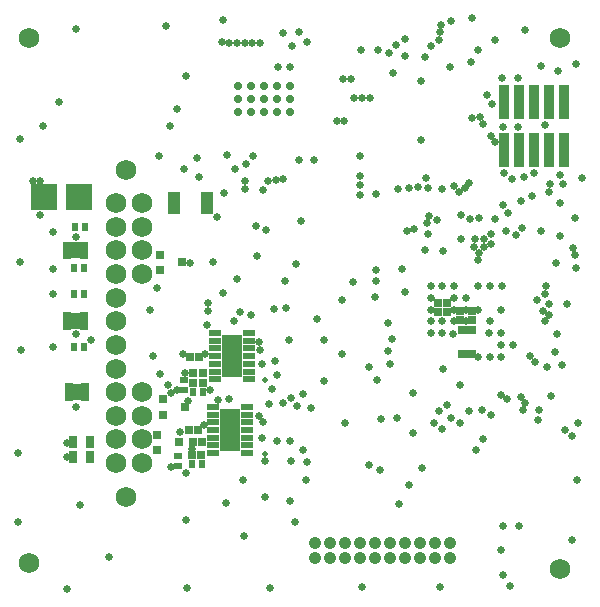
<source format=gbs>
G04*
G04 #@! TF.GenerationSoftware,Altium Limited,Altium Designer,19.0.4 (130)*
G04*
G04 Layer_Color=16711935*
%FSLAX25Y25*%
%MOIN*%
G70*
G01*
G75*
%ADD45R,0.03713X0.11784*%
%ADD47R,0.02926X0.02926*%
%ADD48R,0.05918X0.02769*%
%ADD49R,0.02926X0.02926*%
%ADD51R,0.02375X0.02572*%
%ADD54R,0.02572X0.02375*%
G04:AMPARAMS|DCode=66|XSize=19.81mil|YSize=19.81mil|CornerRadius=9.91mil|HoleSize=0mil|Usage=FLASHONLY|Rotation=270.000|XOffset=0mil|YOffset=0mil|HoleType=Round|Shape=RoundedRectangle|*
%AMROUNDEDRECTD66*
21,1,0.01981,0.00000,0,0,270.0*
21,1,0.00000,0.01981,0,0,270.0*
1,1,0.01981,0.00000,0.00000*
1,1,0.01981,0.00000,0.00000*
1,1,0.01981,0.00000,0.00000*
1,1,0.01981,0.00000,0.00000*
%
%ADD66ROUNDEDRECTD66*%
%ADD70C,0.04147*%
%ADD71C,0.06800*%
%ADD72C,0.02769*%
%ADD98R,0.03162X0.03162*%
%ADD99R,0.04343X0.07296*%
%ADD100R,0.09068X0.08871*%
%ADD101R,0.02847X0.02060*%
%ADD102R,0.03202X0.05761*%
%ADD103R,0.02769X0.03950*%
%ADD104R,0.07099X0.14186*%
%ADD105R,0.03969X0.01981*%
%ADD106C,0.02572*%
D45*
X227441Y149468D02*
D03*
Y165492D02*
D03*
X222441Y149468D02*
D03*
Y165492D02*
D03*
X217441Y149468D02*
D03*
Y165492D02*
D03*
X212441Y149468D02*
D03*
Y165492D02*
D03*
X207441Y149468D02*
D03*
Y165492D02*
D03*
D47*
X188583Y95472D02*
D03*
X185433D02*
D03*
X188583Y98622D02*
D03*
X185433D02*
D03*
X103937Y72047D02*
D03*
X107087D02*
D03*
X106890Y52165D02*
D03*
X103740D02*
D03*
X107087Y75197D02*
D03*
X103937D02*
D03*
X103543Y48031D02*
D03*
X106693D02*
D03*
X102756Y80500D02*
D03*
X105905D02*
D03*
X102488Y56328D02*
D03*
X105638D02*
D03*
D48*
X195079Y81791D02*
D03*
Y89468D02*
D03*
D49*
X192913Y96063D02*
D03*
Y92913D02*
D03*
X196850Y96063D02*
D03*
Y92913D02*
D03*
D51*
X103445Y44882D02*
D03*
X106791D02*
D03*
X103839Y68898D02*
D03*
X107185D02*
D03*
X64468Y124016D02*
D03*
X67815D02*
D03*
X64075Y83858D02*
D03*
X67421D02*
D03*
X64075Y101772D02*
D03*
X67421D02*
D03*
X64173Y110236D02*
D03*
X67520D02*
D03*
D54*
X98819Y44390D02*
D03*
Y47736D02*
D03*
X100787Y69587D02*
D03*
Y72933D02*
D03*
D66*
X127893Y48228D02*
D03*
X127953Y72835D02*
D03*
D70*
X144488Y13780D02*
D03*
X149488D02*
D03*
X159488D02*
D03*
X154488D02*
D03*
X169488D02*
D03*
X164488D02*
D03*
X179488D02*
D03*
X174488D02*
D03*
X189488D02*
D03*
X184488D02*
D03*
Y18779D02*
D03*
X189488D02*
D03*
X174488D02*
D03*
X179488D02*
D03*
X164488D02*
D03*
X169488D02*
D03*
X154488D02*
D03*
X159488D02*
D03*
X149488D02*
D03*
X144488D02*
D03*
D71*
X78149Y45276D02*
D03*
Y53150D02*
D03*
X86811Y45276D02*
D03*
Y53150D02*
D03*
X78149Y131890D02*
D03*
Y124016D02*
D03*
X86811Y131890D02*
D03*
Y124016D02*
D03*
Y116142D02*
D03*
Y68898D02*
D03*
X86811Y61024D02*
D03*
X78149Y116142D02*
D03*
Y108268D02*
D03*
Y100394D02*
D03*
Y92520D02*
D03*
Y84646D02*
D03*
Y76772D02*
D03*
Y61024D02*
D03*
Y68898D02*
D03*
X86811Y108268D02*
D03*
X81693Y143110D02*
D03*
Y34055D02*
D03*
X49213Y187008D02*
D03*
X226378D02*
D03*
X49213Y11811D02*
D03*
X226378Y9843D02*
D03*
D72*
X118936Y162205D02*
D03*
Y166535D02*
D03*
Y170866D02*
D03*
X123267Y162205D02*
D03*
Y166535D02*
D03*
Y170866D02*
D03*
X127597Y162205D02*
D03*
Y166535D02*
D03*
Y170866D02*
D03*
X131928Y162205D02*
D03*
Y166535D02*
D03*
Y170866D02*
D03*
X136259Y162205D02*
D03*
Y166535D02*
D03*
Y170866D02*
D03*
D98*
X92027Y49606D02*
D03*
Y54724D02*
D03*
X99311Y52165D02*
D03*
X92815Y109646D02*
D03*
Y114764D02*
D03*
X100099Y112205D02*
D03*
X93799Y61417D02*
D03*
Y66535D02*
D03*
X101083Y63976D02*
D03*
D99*
X97441Y131890D02*
D03*
X108661D02*
D03*
D100*
X54232Y133858D02*
D03*
X65847D02*
D03*
D101*
X67441Y118110D02*
D03*
Y116142D02*
D03*
Y114173D02*
D03*
X62008Y118110D02*
D03*
Y116142D02*
D03*
Y114173D02*
D03*
X67441Y94488D02*
D03*
Y92520D02*
D03*
Y90551D02*
D03*
X62008Y94488D02*
D03*
Y92520D02*
D03*
Y90551D02*
D03*
X67913Y70866D02*
D03*
Y68898D02*
D03*
Y66929D02*
D03*
X62480Y70866D02*
D03*
Y68898D02*
D03*
Y66929D02*
D03*
D102*
X64724Y116142D02*
D03*
Y92520D02*
D03*
X65197Y68898D02*
D03*
D103*
X64016Y52165D02*
D03*
X69449D02*
D03*
X64016Y47244D02*
D03*
X69449D02*
D03*
D104*
X116329Y56299D02*
D03*
X116938Y80906D02*
D03*
D105*
X110611Y63976D02*
D03*
Y61417D02*
D03*
Y58858D02*
D03*
Y56299D02*
D03*
Y53740D02*
D03*
Y51181D02*
D03*
Y48622D02*
D03*
X122047D02*
D03*
Y51181D02*
D03*
Y53740D02*
D03*
Y56299D02*
D03*
Y58858D02*
D03*
Y61417D02*
D03*
Y63976D02*
D03*
X111221Y88583D02*
D03*
Y86024D02*
D03*
Y83465D02*
D03*
Y80906D02*
D03*
Y78347D02*
D03*
Y75788D02*
D03*
Y73229D02*
D03*
X122657D02*
D03*
Y75788D02*
D03*
Y78347D02*
D03*
Y80906D02*
D03*
Y83465D02*
D03*
Y86024D02*
D03*
Y88583D02*
D03*
D106*
X57087Y109941D02*
D03*
Y122150D02*
D03*
Y101772D02*
D03*
Y83957D02*
D03*
X96555Y68602D02*
D03*
X98654Y69717D02*
D03*
X207087Y157185D02*
D03*
X204538Y152271D02*
D03*
X195965Y138681D02*
D03*
X143307Y63540D02*
D03*
X188484Y64567D02*
D03*
X141672Y39764D02*
D03*
X141831Y45768D02*
D03*
X226094Y121117D02*
D03*
X221074Y157835D02*
D03*
X198819Y183071D02*
D03*
X183070Y184153D02*
D03*
X180023Y172517D02*
D03*
X92682Y147638D02*
D03*
X89567Y96457D02*
D03*
X137795Y25600D02*
D03*
X127942Y34055D02*
D03*
X165354Y72835D02*
D03*
X147638Y72648D02*
D03*
X139764Y125984D02*
D03*
X179724Y152854D02*
D03*
X159449Y147766D02*
D03*
X226378Y131890D02*
D03*
X220002Y122736D02*
D03*
X193021Y71161D02*
D03*
X187074Y76772D02*
D03*
X185800Y62485D02*
D03*
X171883Y60200D02*
D03*
X166400Y59800D02*
D03*
X147600Y86200D02*
D03*
X154488Y58760D02*
D03*
X66300Y31400D02*
D03*
X75900Y14100D02*
D03*
X233462Y140157D02*
D03*
X231400Y178300D02*
D03*
X214494Y189700D02*
D03*
X196800Y193500D02*
D03*
X113800Y193061D02*
D03*
X94900Y191000D02*
D03*
X64800Y189900D02*
D03*
X46200Y153400D02*
D03*
Y112200D02*
D03*
X46400Y82829D02*
D03*
X45600Y48652D02*
D03*
Y25600D02*
D03*
X61800Y3400D02*
D03*
X102000Y3600D02*
D03*
X129600D02*
D03*
X160200Y3800D02*
D03*
X186200D02*
D03*
X209600Y4200D02*
D03*
X230229Y19500D02*
D03*
X231956Y39600D02*
D03*
X232333Y58700D02*
D03*
X217900Y78800D02*
D03*
X174705Y180900D02*
D03*
X185900Y186400D02*
D03*
X174705Y186600D02*
D03*
X204500Y186400D02*
D03*
X208900Y128500D02*
D03*
X231300Y126800D02*
D03*
X199155D02*
D03*
X196368Y126679D02*
D03*
X193150Y128051D02*
D03*
X198000Y120100D02*
D03*
X193316Y119986D02*
D03*
X183109Y92519D02*
D03*
X183071Y96457D02*
D03*
X196000Y62485D02*
D03*
X203100Y61200D02*
D03*
X214539Y65264D02*
D03*
X219291Y62992D02*
D03*
X200394Y53445D02*
D03*
X219000Y59768D02*
D03*
X206700Y16300D02*
D03*
X207100Y8000D02*
D03*
X53900Y157600D02*
D03*
X132000Y52500D02*
D03*
X129348Y64961D02*
D03*
X127270Y58960D02*
D03*
X125984Y61024D02*
D03*
X140500Y68398D02*
D03*
X140574Y49682D02*
D03*
X136259Y52756D02*
D03*
X133995Y65256D02*
D03*
X126961Y53543D02*
D03*
X107874Y81693D02*
D03*
X100394D02*
D03*
X92913Y75087D02*
D03*
X90561Y80845D02*
D03*
X99500Y55655D02*
D03*
X107579Y58071D02*
D03*
X112113Y66339D02*
D03*
X116000Y66500D02*
D03*
X136708Y67115D02*
D03*
X206694Y68110D02*
D03*
X128000Y46063D02*
D03*
X208662Y66500D02*
D03*
X101000Y143209D02*
D03*
X119691Y95477D02*
D03*
X108405Y91399D02*
D03*
X109454Y69688D02*
D03*
X131890Y74508D02*
D03*
X162697Y77165D02*
D03*
Y44587D02*
D03*
X120472Y39764D02*
D03*
X166339Y43110D02*
D03*
X121567Y144987D02*
D03*
X131436Y139704D02*
D03*
X127172Y136227D02*
D03*
X126083Y83071D02*
D03*
X101476Y174213D02*
D03*
X131299Y79232D02*
D03*
X134761Y97030D02*
D03*
X175098Y122733D02*
D03*
X206534Y96260D02*
D03*
X130315Y70079D02*
D03*
X231398Y110331D02*
D03*
X231299Y114567D02*
D03*
X230413Y117027D02*
D03*
X227767Y56302D02*
D03*
X230326Y54235D02*
D03*
X213287Y67224D02*
D03*
X226980Y78055D02*
D03*
X198829Y113096D02*
D03*
X187295Y115951D02*
D03*
X180295Y43504D02*
D03*
X169587Y78150D02*
D03*
X168996Y82480D02*
D03*
X223327Y67716D02*
D03*
X212303Y173524D02*
D03*
X206791D02*
D03*
X179044Y137211D02*
D03*
X175796Y137015D02*
D03*
X226378Y141240D02*
D03*
X222833Y138189D02*
D03*
X222441Y135630D02*
D03*
X227076Y138287D02*
D03*
X186811Y136625D02*
D03*
X172146D02*
D03*
X210148Y139869D02*
D03*
X214381Y140558D02*
D03*
X194596Y136818D02*
D03*
X207087Y131299D02*
D03*
X203346Y154429D02*
D03*
X196949Y160335D02*
D03*
X185245Y126286D02*
D03*
X181988Y125295D02*
D03*
X204538Y126565D02*
D03*
X200787Y119882D02*
D03*
X203061Y118214D02*
D03*
X113976Y101969D02*
D03*
X123228Y94784D02*
D03*
X131010Y96794D02*
D03*
X135925Y86221D02*
D03*
X138583Y64370D02*
D03*
X153543Y99606D02*
D03*
X199202Y115453D02*
D03*
X181111Y116443D02*
D03*
X182194Y121561D02*
D03*
X182579Y127745D02*
D03*
X197549Y117230D02*
D03*
X190945Y137598D02*
D03*
X192531Y135670D02*
D03*
X211417Y121457D02*
D03*
X181595Y140157D02*
D03*
X200788Y117323D02*
D03*
X200699Y158374D02*
D03*
X203150Y121555D02*
D03*
X208169Y122736D02*
D03*
X213583Y123622D02*
D03*
X125984Y85630D02*
D03*
X177457Y123425D02*
D03*
X213189Y132579D02*
D03*
X216929Y134153D02*
D03*
X187008Y104331D02*
D03*
X190945D02*
D03*
X201958Y168099D02*
D03*
X170472Y175394D02*
D03*
X189566Y177165D02*
D03*
X132382Y177461D02*
D03*
X136909Y184153D02*
D03*
X136259Y177165D02*
D03*
X196645Y179044D02*
D03*
X133995Y188583D02*
D03*
X181299Y180610D02*
D03*
X202569Y88587D02*
D03*
X141831Y185531D02*
D03*
X186230Y188887D02*
D03*
X216228Y80992D02*
D03*
X171457Y184547D02*
D03*
X170177Y86614D02*
D03*
X165551Y183071D02*
D03*
X164764Y105807D02*
D03*
X168799Y91831D02*
D03*
X182382Y136909D02*
D03*
X186614Y191240D02*
D03*
X121063Y185373D02*
D03*
X123622Y185433D02*
D03*
X126318Y185305D02*
D03*
X189961Y192717D02*
D03*
X212106Y157283D02*
D03*
X225590Y175886D02*
D03*
X199585Y160531D02*
D03*
X203543Y164961D02*
D03*
X225000Y111811D02*
D03*
X193021Y58566D02*
D03*
X189862Y60433D02*
D03*
X200108Y62798D02*
D03*
X184252Y58760D02*
D03*
X186811Y56791D02*
D03*
X177199Y55379D02*
D03*
X177165Y68701D02*
D03*
X221949Y77264D02*
D03*
X222452Y94690D02*
D03*
X220002Y177559D02*
D03*
X228543Y98327D02*
D03*
X176004Y38012D02*
D03*
X206890Y104232D02*
D03*
X206693Y88583D02*
D03*
Y84646D02*
D03*
X172441Y31496D02*
D03*
X173534Y110091D02*
D03*
X164507Y100650D02*
D03*
X134455Y106107D02*
D03*
X198140Y49609D02*
D03*
X218416Y99513D02*
D03*
X220385Y95871D02*
D03*
X221074Y101777D02*
D03*
X224508Y82382D02*
D03*
X225217Y88386D02*
D03*
X221457Y104134D02*
D03*
X222539Y98327D02*
D03*
X164764Y109646D02*
D03*
X164862Y134941D02*
D03*
X138091Y111614D02*
D03*
X118405Y106693D02*
D03*
X157087Y105610D02*
D03*
X95571Y71161D02*
D03*
X145374Y93307D02*
D03*
X117717Y92520D02*
D03*
X108858Y98524D02*
D03*
Y95866D02*
D03*
X92028Y103642D02*
D03*
X110433Y112408D02*
D03*
X174705Y102461D02*
D03*
X210630Y84645D02*
D03*
X169193Y182087D02*
D03*
X118641Y185373D02*
D03*
X116043Y185138D02*
D03*
X113484Y185531D02*
D03*
X128347Y122933D02*
D03*
X128740Y139173D02*
D03*
X125295Y114370D02*
D03*
X133858Y139961D02*
D03*
X125000Y124311D02*
D03*
X118012Y143209D02*
D03*
X153543Y81496D02*
D03*
X198819Y80708D02*
D03*
X190945Y92520D02*
D03*
X187007Y92519D02*
D03*
X103445Y50011D02*
D03*
X221260Y92520D02*
D03*
X190551Y88189D02*
D03*
X157480Y166929D02*
D03*
X162992D02*
D03*
X160236D02*
D03*
X156534Y173228D02*
D03*
X151969Y159449D02*
D03*
X115354Y148031D02*
D03*
X126961Y78347D02*
D03*
X105118Y146850D02*
D03*
X136614Y46063D02*
D03*
X136259Y32677D02*
D03*
X207087Y24409D02*
D03*
X159782Y183071D02*
D03*
X139113Y189075D02*
D03*
X102362Y65945D02*
D03*
X101378Y75197D02*
D03*
X101575Y26378D02*
D03*
X114961Y31890D02*
D03*
X96457Y44094D02*
D03*
X101575Y42126D02*
D03*
X183070Y88582D02*
D03*
X69784Y86221D02*
D03*
X144095Y146457D02*
D03*
X96063Y157480D02*
D03*
X98425Y163386D02*
D03*
X139113Y146200D02*
D03*
X121200Y136614D02*
D03*
Y139370D02*
D03*
X120866Y20866D02*
D03*
X213779Y62992D02*
D03*
X59055Y165748D02*
D03*
X102756Y112008D02*
D03*
X124016Y147638D02*
D03*
X202757Y104331D02*
D03*
X202756Y92521D02*
D03*
X198819Y96457D02*
D03*
X202756Y80709D02*
D03*
X206693D02*
D03*
X190944Y96457D02*
D03*
X187008Y88583D02*
D03*
X212441Y24409D02*
D03*
X111811Y127165D02*
D03*
X105905Y140551D02*
D03*
X114173Y135433D02*
D03*
X159449Y140945D02*
D03*
Y137795D02*
D03*
Y134646D02*
D03*
X154331Y159449D02*
D03*
X153937Y173228D02*
D03*
X52756Y139370D02*
D03*
Y127953D02*
D03*
X50394Y139370D02*
D03*
X64961Y120472D02*
D03*
X61811Y47244D02*
D03*
Y51968D02*
D03*
X64961Y88189D02*
D03*
Y63976D02*
D03*
X207441Y142126D02*
D03*
X217441D02*
D03*
X198820Y104331D02*
D03*
X194883Y100394D02*
D03*
X190945D02*
D03*
X183071Y104331D02*
D03*
X183071Y100394D02*
D03*
X194882Y96457D02*
D03*
Y92520D02*
D03*
M02*

</source>
